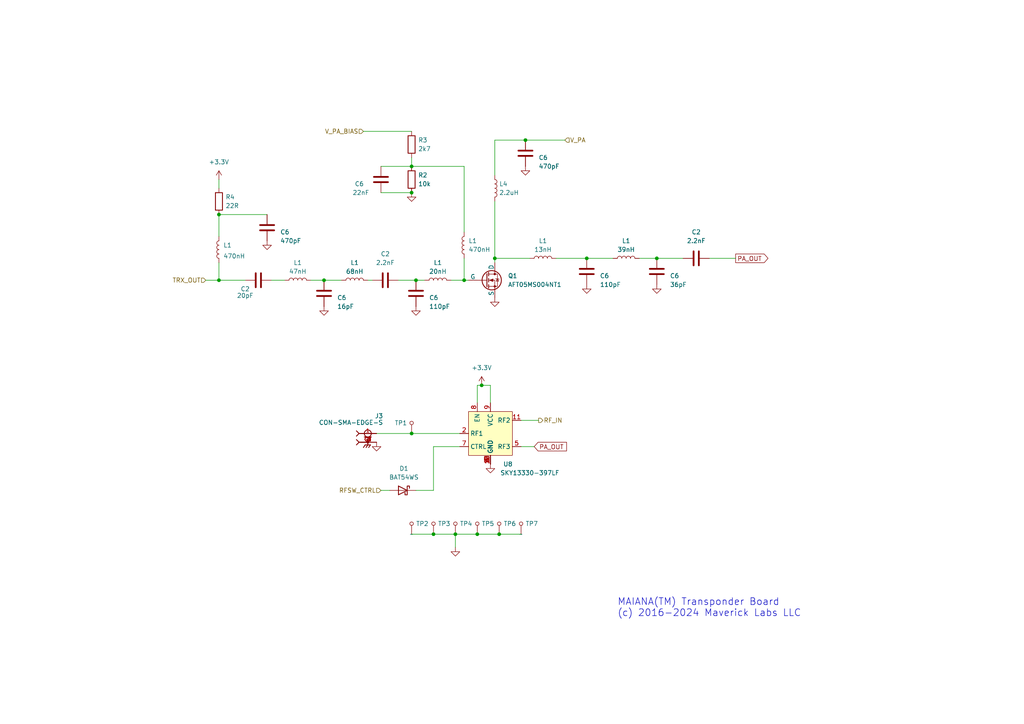
<source format=kicad_sch>
(kicad_sch (version 20230121) (generator eeschema)
  (paper "A4")
  (title_block (title "Transmitter Amplifier and Antenna Switch") (date "2024-01-25") (rev "11.9.0"))
  (lib_symbols
    (symbol "CON-SMA-EDGE-S:CON-SMA-EDGE-S" (pin_names (offset 1.016))
      (property "Reference" "J" (at -3.81 4.064 0))
      (property "Value" "CON-SMA-EDGE-S" (at -4.064 -4.318 0))
      (symbol "CON-SMA-EDGE-S_0_0"
        (polyline (pts (xy -3.302 -0.762) (xy -2.54 0)) (stroke (width 0.254)))
        (polyline (pts (xy -3.302 0.762) (xy -2.54 0)) (stroke (width 0.254)))
        (polyline (pts (xy -3.302 1.778) (xy -2.54 2.54)) (stroke (width 0.254)))
        (polyline (pts (xy -3.302 3.302) (xy -2.54 2.54)) (stroke (width 0.254)))
        (polyline (pts (xy -2.54 0) (xy 0 0)) (stroke (width 0.254)))
        (polyline (pts (xy -2.54 2.54) (xy 2.54 2.54)) (stroke (width 0.254)))
        (polyline (pts (xy -1.016 1.524) (xy 0 1.524)) (stroke (width 0.254)))
        (polyline (pts (xy -0.762 -0.762) (xy -1.27 -1.524)) (stroke (width 0.254)))
        (polyline (pts (xy 0 -0.762) (xy -0.762 -0.762)) (stroke (width 0.254)))
        (polyline (pts (xy 0 -0.762) (xy -0.508 -1.524)) (stroke (width 0.254)))
        (polyline (pts (xy 0 -0.762) (xy 0.762 -0.762)) (stroke (width 0.254)))
        (polyline (pts (xy 0 0) (xy -2.286 0)) (stroke (width 0.254)))
        (polyline (pts (xy 0 0) (xy 0 -0.762)) (stroke (width 0.254)))
        (polyline (pts (xy 0 1.524) (xy 0 0)) (stroke (width 0.254)))
        (polyline (pts (xy 0 1.524) (xy 1.016 1.524)) (stroke (width 0.254)))
        (polyline (pts (xy 0.762 -0.762) (xy 0.254 -1.524)) (stroke (width 0.254)))
        (polyline (pts (xy 2.54 0) (xy 0 0)) (stroke (width 0.254)))
        (circle (center 0 0) (radius 0.254) (stroke (width 0.254)))
        (circle (center 0 2.54) (radius 1.016) (stroke (width 0.254)))
        (pin passive line (at 2.54 2.54 180) (length 5.08) (name "~") (number "1"))
        (pin passive line (at 2.54 0 180) (length 5.08) (name "~") (number "G1"))
        (pin passive line (at 2.54 0 180) (length 5.08) (name "~") (number "G2"))
        (pin passive line (at 2.54 0 180) (length 5.08) (name "~") (number "G3"))
        (pin passive line (at 2.54 0 180) (length 5.08) (name "~") (number "G4"))
      )
    )
    (symbol "Device:C" (pin_numbers hide) (pin_names (offset 0.254))
      (property "Reference" "C" (at 0.635 2.54 0))
      (property "Value" "C" (at 0.635 -2.54 0))
      (symbol "C_0_1"
        (polyline (pts (xy -2.032 -0.762) (xy 2.032 -0.762)) (stroke (width 0.508)))
        (polyline (pts (xy -2.032 0.762) (xy 2.032 0.762)) (stroke (width 0.508)))
      )
      (symbol "C_1_1"
        (pin passive line (at 0 3.81 270) (length 2.794) (name "~") (number "1"))
        (pin passive line (at 0 -3.81 90) (length 2.794) (name "~") (number "2"))
      )
    )
    (symbol "Device:D_Schottky" (pin_numbers hide) (pin_names (offset 1.016) hide)
      (property "Reference" "D" (at 0 2.54 0))
      (property "Value" "D_Schottky" (at 0 -2.54 0))
      (symbol "D_Schottky_0_1"
        (polyline (pts (xy 1.27 0) (xy -1.27 0)))
        (polyline (pts (xy 1.27 1.27) (xy 1.27 -1.27) (xy -1.27 0) (xy 1.27 1.27)) (stroke (width 0.254)))
        (polyline (pts (xy -1.905 0.635) (xy -1.905 1.27) (xy -1.27 1.27) (xy -1.27 -1.27) (xy -0.635 -1.27) (xy -0.635 -0.635)) (stroke (width 0.254)))
      )
      (symbol "D_Schottky_1_1"
        (pin passive line (at -3.81 0 0) (length 2.54) (name "K") (number "1"))
        (pin passive line (at 3.81 0 180) (length 2.54) (name "A") (number "2"))
      )
    )
    (symbol "Device:L" (pin_numbers hide) (pin_names (offset 1.016) hide)
      (property "Reference" "L" (at -1.27 0 90))
      (property "Value" "L" (at 1.905 0 90))
      (symbol "L_0_1"
        (arc (start 0 -2.54) (mid 0.6323 -1.905) (end 0 -1.27))
        (arc (start 0 -1.27) (mid 0.6323 -0.635) (end 0 0))
        (arc (start 0 0) (mid 0.6323 0.635) (end 0 1.27))
        (arc (start 0 1.27) (mid 0.6323 1.905) (end 0 2.54))
      )
      (symbol "L_1_1"
        (pin passive line (at 0 3.81 270) (length 1.27) (name "1") (number "1"))
        (pin passive line (at 0 -3.81 90) (length 1.27) (name "2") (number "2"))
      )
    )
    (symbol "Device:R" (pin_numbers hide) (pin_names (offset 0))
      (property "Reference" "R" (at 2.032 0 90))
      (property "Value" "R" (at 0 0 90))
      (symbol "R_0_1"
        (rectangle (start -1.016 -2.54) (end 1.016 2.54) (stroke (width 0.254)))
      )
      (symbol "R_1_1"
        (pin passive line (at 0 3.81 270) (length 1.27) (name "~") (number "1"))
        (pin passive line (at 0 -3.81 90) (length 1.27) (name "~") (number "2"))
      )
    )
    (symbol "RF_Switch:SKY13330-397LF"
      (property "Reference" "U" (at 0 0 0))
      (symbol "SKY13330-397LF_1_1"
        (rectangle (start -6.35 6.35) (end 6.35 -6.35) (fill (type background)))
        (pin power_in line (at 0 -8.89 90) (length 2.54) (name "GND") (number "1"))
        (pin power_in line (at 0 -8.89 90) (length 2.54) (name "GND") (number "10"))
        (pin bidirectional line (at 8.89 3.81 180) (length 2.54) (name "RF2") (number "11"))
        (pin power_in line (at 0 -8.89 90) (length 2.54) (name "GND") (number "12"))
        (pin power_in line (at 0 -8.89 90) (length 2.54) (name "GND") (number "13"))
        (pin bidirectional line (at -8.89 0 0) (length 2.54) (name "RF1") (number "2"))
        (pin power_in line (at 0 -8.89 90) (length 2.54) (name "GND") (number "3"))
        (pin power_in line (at 0 -8.89 90) (length 2.54) (name "GND") (number "4"))
        (pin bidirectional line (at 8.89 -3.81 180) (length 2.54) (name "RF3") (number "5"))
        (pin power_in line (at 0 -8.89 90) (length 2.54) (name "GND") (number "6"))
        (pin input line (at -8.89 -3.81 0) (length 2.54) (name "CTRL") (number "7"))
        (pin input line (at -3.81 8.89 270) (length 2.54) (name "EN") (number "8"))
        (pin power_in line (at 0 8.89 270) (length 2.54) (name "VCC") (number "9"))
      )
    )
    (symbol "Simulation_SPICE:NMOS" (pin_numbers hide) (pin_names (offset 0))
      (property "Reference" "Q1" (at 6.35 1.27 0))
      (property "Value" "AFT05MS004NT1" (at 6.35 -1.27 0))
      (symbol "NMOS_0_1"
        (polyline (pts (xy 0.254 0) (xy -2.54 0)))
        (polyline (pts (xy 0.254 1.905) (xy 0.254 -1.905)) (stroke (width 0.254)))
        (polyline (pts (xy 0.762 -1.27) (xy 0.762 -2.286)) (stroke (width 0.254)))
        (polyline (pts (xy 0.762 0.508) (xy 0.762 -0.508)) (stroke (width 0.254)))
        (polyline (pts (xy 0.762 2.286) (xy 0.762 1.27)) (stroke (width 0.254)))
        (polyline (pts (xy 2.54 2.54) (xy 2.54 1.778)))
        (polyline (pts (xy 2.54 -2.54) (xy 2.54 0) (xy 0.762 0)))
        (polyline (pts (xy 0.762 -1.778) (xy 3.302 -1.778) (xy 3.302 1.778) (xy 0.762 1.778)))
        (polyline (pts (xy 1.016 0) (xy 2.032 0.381) (xy 2.032 -0.381) (xy 1.016 0)) (fill (type outline)))
        (polyline (pts (xy 2.794 0.508) (xy 2.921 0.381) (xy 3.683 0.381) (xy 3.81 0.254)))
        (polyline (pts (xy 3.302 0.381) (xy 2.921 -0.254) (xy 3.683 -0.254) (xy 3.302 0.381)))
        (circle (center 1.651 0) (radius 2.794) (stroke (width 0.254)))
        (circle (center 2.54 -1.778) (radius 0.254) (fill (type outline)))
        (circle (center 2.54 1.778) (radius 0.254) (fill (type outline)))
      )
      (symbol "NMOS_1_1"
        (pin input line (at -5.08 0 0) (length 2.54) (name "G") (number "1"))
        (pin passive line (at 2.54 -5.08 90) (length 2.54) (name "S") (number "2"))
        (pin passive line (at 2.54 5.08 270) (length 2.54) (name "D") (number "3"))
      )
    )
    (symbol "TestPads:TestPad-D1.0mm"
      (property "Reference" "TP" (at 1.27 4.826 0))
      (symbol "TestPad-D1.0mm_0_1"
        (circle (center 0 3.048) (radius 0.508))
      )
      (symbol "TestPad-D1.0mm_1_1"
        (pin passive line (at 0 0 90) (length 2.54) (name "P") (number "1"))
      )
    )
    (symbol "TestPads:TestPad-D1.2mm"
      (property "Reference" "TP" (at 1.27 4.826 0))
      (symbol "TestPad-D1.2mm_0_1"
        (circle (center 0 3.048) (radius 0.508))
      )
      (symbol "TestPad-D1.2mm_1_1"
        (pin passive line (at 0 0 90) (length 2.54) (name "P") (number "1"))
      )
    )
    (symbol "power:+3.3V" (power) (pin_names (offset 0))
      (property "Value" "+3.3V" (at 0 3.556 0))
      (symbol "+3.3V_0_1"
        (polyline (pts (xy -0.762 1.27) (xy 0 2.54)))
        (polyline (pts (xy 0 0) (xy 0 2.54)))
        (polyline (pts (xy 0 2.54) (xy 0.762 1.27)))
      )
      (symbol "+3.3V_1_1"
        (pin power_in line (at 0 0 90) (length 0) hide (name "+3.3V") (number "1"))
      )
    )
    (symbol "power:GND" (power) (pin_names (offset 0))
      (property "Value" "GND" (at 0 -3.81 0))
      (symbol "GND_0_1"
        (polyline (pts (xy 0 0) (xy 0 -1.27) (xy 1.27 -1.27) (xy 0 -2.54) (xy -1.27 -1.27) (xy 0 -1.27)))
      )
      (symbol "GND_1_1"
        (pin power_in line (at 0 0 270) (length 0) hide (name "GND") (number "1"))
      )
    )
  )
  (junction (at 143.51 74.93))
  (junction (at 93.98 81.28))
  (junction (at 119.38 55.88))
  (junction (at 134.62 81.28))
  (junction (at 132.08 154.94))
  (junction (at 119.38 125.73))
  (junction (at 63.5 62.23))
  (junction (at 190.5 74.93))
  (junction (at 170.18 74.93))
  (junction (at 139.7 111.76))
  (junction (at 120.65 81.28))
  (junction (at 152.4 40.64))
  (junction (at 144.78 154.94))
  (junction (at 63.5 81.28))
  (junction (at 119.38 48.26))
  (junction (at 125.73 154.94))
  (junction (at 138.43 154.94))
  (wire (pts (xy 138.43 111.76) (xy 139.7 111.76)))
  (wire (pts (xy 143.51 74.93) (xy 143.51 76.2)))
  (wire (pts (xy 139.7 111.76) (xy 142.24 111.76)))
  (wire (pts (xy 143.51 74.93) (xy 153.67 74.93)))
  (wire (pts (xy 134.62 67.31) (xy 134.62 48.26)))
  (wire (pts (xy 142.24 116.84) (xy 142.24 111.76)))
  (wire (pts (xy 133.35 125.73) (xy 119.38 125.73)))
  (wire (pts (xy 170.18 74.93) (xy 177.8 74.93)))
  (wire (pts (xy 132.08 154.94) (xy 138.43 154.94)))
  (wire (pts (xy 93.98 81.28) (xy 99.06 81.28)))
  (wire (pts (xy 78.74 81.28) (xy 82.55 81.28)))
  (wire (pts (xy 156.21 121.92) (xy 151.13 121.92)))
  (wire (pts (xy 125.73 129.54) (xy 133.35 129.54)))
  (wire (pts (xy 138.43 154.94) (xy 144.78 154.94)))
  (wire (pts (xy 205.74 74.93) (xy 213.36 74.93)))
  (wire (pts (xy 63.5 81.28) (xy 63.5 76.2)))
  (wire (pts (xy 59.69 81.28) (xy 63.5 81.28)))
  (wire (pts (xy 190.5 74.93) (xy 198.12 74.93)))
  (wire (pts (xy 151.13 129.54) (xy 154.94 129.54)))
  (wire (pts (xy 106.68 81.28) (xy 107.95 81.28)))
  (wire (pts (xy 138.43 116.84) (xy 138.43 111.76)))
  (wire (pts (xy 120.65 81.28) (xy 123.19 81.28)))
  (wire (pts (xy 185.42 74.93) (xy 190.5 74.93)))
  (wire (pts (xy 63.5 81.28) (xy 71.12 81.28)))
  (wire (pts (xy 143.51 58.42) (xy 143.51 74.93)))
  (wire (pts (xy 163.83 40.64) (xy 152.4 40.64)))
  (wire (pts (xy 143.51 40.64) (xy 143.51 50.8)))
  (wire (pts (xy 105.41 38.1) (xy 119.38 38.1)))
  (wire (pts (xy 110.49 48.26) (xy 119.38 48.26)))
  (wire (pts (xy 125.73 154.94) (xy 132.08 154.94)))
  (wire (pts (xy 130.81 81.28) (xy 134.62 81.28)))
  (wire (pts (xy 161.29 74.93) (xy 170.18 74.93)))
  (wire (pts (xy 110.49 142.24) (xy 113.03 142.24)))
  (wire (pts (xy 134.62 48.26) (xy 119.38 48.26)))
  (wire (pts (xy 63.5 52.07) (xy 63.5 54.61)))
  (wire (pts (xy 119.38 154.94) (xy 125.73 154.94)))
  (wire (pts (xy 110.49 55.88) (xy 119.38 55.88)))
  (wire (pts (xy 63.5 62.23) (xy 63.5 68.58)))
  (wire (pts (xy 119.38 125.73) (xy 109.22 125.73)))
  (wire (pts (xy 63.5 62.23) (xy 77.47 62.23)))
  (wire (pts (xy 134.62 74.93) (xy 134.62 81.28)))
  (wire (pts (xy 120.65 142.24) (xy 125.73 142.24)))
  (wire (pts (xy 125.73 142.24) (xy 125.73 129.54)))
  (wire (pts (xy 144.78 154.94) (xy 151.13 154.94)))
  (wire (pts (xy 90.17 81.28) (xy 93.98 81.28)))
  (wire (pts (xy 119.38 45.72) (xy 119.38 48.26)))
  (wire (pts (xy 115.57 81.28) (xy 120.65 81.28)))
  (wire (pts (xy 132.08 154.94) (xy 132.08 158.75)))
  (wire (pts (xy 152.4 40.64) (xy 143.51 40.64)))
  (wire (pts (xy 134.62 81.28) (xy 135.89 81.28)))
  (text "MAIANA(TM) Transponder Board\n(c) 2016-2024 Maverick Labs LLC" (at 179.07 179.07 0) (effects (font (size 2 2)) (justify left bottom)))
  (global_label "PA_OUT" (shape output) (at 213.36 74.93 0) (property "Intersheetrefs" "${INTERSHEET_REFS}" (effects hide)))
  (global_label "PA_OUT" (shape input) (at 154.94 129.54 0) (property "Intersheetrefs" "${INTERSHEET_REFS}" (effects hide)))
  (hierarchical_label "RF_IN" (shape output) (at 156.21 121.92 0))
  (hierarchical_label "RFSW_CTRL" (shape input) (at 110.49 142.24 180))
  (hierarchical_label "V_PA_BIAS" (shape input) (at 105.41 38.1 180))
  (hierarchical_label "V_PA" (shape input) (at 163.83 40.64 0))
  (hierarchical_label "TRX_OUT" (shape input) (at 59.69 81.28 180))
  (symbol (lib_id "Device:R") (at 63.5 58.42 0) (unit 1)
    (property "Reference" "R4" (at 65.405 57.15 0) (effects (justify left)))
    (property "Value" "22R" (at 65.405 59.69 0) (effects (justify left)))
    (property "Footprint" "Resistor_SMD:R_0603_1608Metric" (effects hide))
  )
  (symbol (lib_id "Device:L") (at 157.48 74.93 90) (unit 1)
    (property "Reference" "L1" (at 157.48 69.85 90))
    (property "Value" "13nH" (at 157.48 72.39 90))
    (property "Footprint" "Inductor_SMD:L_0603_1608Metric" (effects hide))
    (instances (project "transponder-11.9.0" (path "" (reference "L1") (unit 1)) (path "" (reference "L5") (unit 1))))
  )
  (symbol (lib_id "Device:L") (at 143.51 54.61 0) (unit 1)
    (property "Reference" "L4" (at 144.78 53.34 0) (effects (justify left)))
    (property "Value" "2.2uH" (at 144.78 55.88 0) (effects (justify left)))
    (property "Footprint" "Inductor_SMD:L_0805_2012Metric" (effects hide))
  )
  (symbol (lib_id "TestPads:TestPad-D1.2mm") (at 144.78 154.94 0) (unit 1)
    (property "Reference" "TP6" (at 146.05 151.892 0) (effects (justify left)))
    (property "Value" "~" (at 144.78 154.94 0))
    (property "Footprint" "TestPads:TP_1.2MM" (effects hide))
  )
  (symbol (lib_id "Device:C") (at 152.4 44.45 180) (unit 1)
    (property "Reference" "C6" (at 156.21 45.72 0) (effects (justify right)))
    (property "Value" "470pF" (at 156.21 48.26 0) (effects (justify right)))
    (property "Footprint" "Capacitor_SMD:C_0603_1608Metric" (effects hide))
    (instances (project "transponder-11.9.0" (path "" (reference "C6") (unit 1)) (path "" (reference "C13") (unit 1))))
  )
  (symbol (lib_id "power:GND") (at 170.18 82.55 0) (unit 1)
    (property "Reference" "#PWR025" (effects hide))
    (property "Value" "GND" (effects hide))
  )
  (symbol (lib_id "power:GND") (at 143.51 86.36 0) (unit 1)
    (property "Reference" "#PWR023" (effects hide))
    (property "Value" "GND" (effects hide))
  )
  (symbol (lib_id "Device:C") (at 120.65 85.09 180) (unit 1)
    (property "Reference" "C6" (at 124.46 86.36 0) (effects (justify right)))
    (property "Value" "110pF" (at 124.46 88.9 0) (effects (justify right)))
    (property "Footprint" "Capacitor_SMD:C_0603_1608Metric" (effects hide))
    (instances (project "transponder-11.9.0" (path "" (reference "C6") (unit 1)) (path "" (reference "C17") (unit 1))))
  )
  (symbol (lib_id "power:GND") (at 77.47 69.85 0) (unit 1)
    (property "Reference" "#PWR030" (effects hide))
    (property "Value" "GND" (effects hide))
  )
  (symbol (lib_id "power:GND") (at 120.65 88.9 0) (unit 1)
    (property "Reference" "#PWR027" (effects hide))
    (property "Value" "GND" (effects hide))
  )
  (symbol (lib_id "power:GND") (at 142.24 134.62 0) (mirror y) (unit 1)
    (property "Reference" "#PWR062" (effects hide))
    (property "Value" "GND" (effects hide))
  )
  (symbol (lib_id "Simulation_SPICE:NMOS") (at 140.97 81.28 0) (unit 1)
    (property "Reference" "Q1" (at 147.32 80.01 0) (effects (justify left)))
    (property "Value" "AFT05MS004NT1" (at 147.32 82.55 0) (effects (justify left)))
    (property "Footprint" "Package_TO_SOT_SMD:SOT-89-3" (effects hide))
    (property "Datasheet" "https://ngspice.sourceforge.io/docs/ngspice-manual.pdf" (effects hide))
    (property "Sim.Device" "NMOS" (effects hide))
    (property "Sim.Type" "VDMOS" (effects hide))
    (property "Sim.Pins" "1=D 2=G 3=S" (effects hide))
  )
  (symbol (lib_id "Device:L") (at 127 81.28 90) (unit 1)
    (property "Reference" "L1" (at 127 76.2 90))
    (property "Value" "20nH" (at 127 78.74 90))
    (property "Footprint" "Inductor_SMD:L_0603_1608Metric" (effects hide))
    (instances (project "transponder-11.9.0" (path "" (reference "L1") (unit 1)) (path "" (reference "L7") (unit 1))))
  )
  (symbol (lib_id "Device:C") (at 170.18 78.74 180) (unit 1)
    (property "Reference" "C6" (at 173.99 80.01 0) (effects (justify right)))
    (property "Value" "110pF" (at 173.99 82.55 0) (effects (justify right)))
    (property "Footprint" "Capacitor_SMD:C_0603_1608Metric" (effects hide))
    (instances (project "transponder-11.9.0" (path "" (reference "C6") (unit 1)) (path "" (reference "C14") (unit 1))))
  )
  (symbol (lib_id "Device:C") (at 201.93 74.93 90) (unit 1)
    (property "Reference" "C2" (at 201.93 67.31 90))
    (property "Value" "2.2nF" (at 201.93 69.85 90))
    (property "Footprint" "Capacitor_SMD:C_0603_1608Metric" (effects hide))
    (instances (project "transponder-11.9.0" (path "" (reference "C2") (unit 1)) (path "" (reference "C16") (unit 1))))
  )
  (symbol (lib_id "power:+3.3V") (at 63.5 52.07 0) (unit 1)
    (property "Reference" "#PWR031" (effects hide))
    (property "Value" "+3.3V" (at 63.5 46.99 0))
  )
  (symbol (lib_id "power:GND") (at 152.4 48.26 0) (unit 1)
    (property "Reference" "#PWR024" (effects hide))
    (property "Value" "GND" (effects hide))
  )
  (symbol (lib_id "TestPads:TestPad-D1.2mm") (at 132.08 154.94 0) (unit 1)
    (property "Reference" "TP4" (at 133.35 151.892 0) (effects (justify left)))
    (property "Value" "~" (at 132.08 154.94 0))
    (property "Footprint" "TestPads:TP_1.2MM" (effects hide))
  )
  (symbol (lib_id "Device:L") (at 102.87 81.28 90) (unit 1)
    (property "Reference" "L1" (at 102.87 76.2 90))
    (property "Value" "68nH" (at 102.87 78.74 90))
    (property "Footprint" "Inductor_SMD:L_0603_1608Metric" (effects hide))
    (instances (project "transponder-11.9.0" (path "" (reference "L1") (unit 1)) (path "" (reference "L11") (unit 1))))
  )
  (symbol (lib_id "power:GND") (at 132.08 158.75 0) (unit 1)
    (property "Reference" "#PWR073" (effects hide))
    (property "Value" "GND" (effects hide))
  )
  (symbol (lib_id "power:GND") (at 93.98 88.9 0) (unit 1)
    (property "Reference" "#PWR029" (effects hide))
    (property "Value" "GND" (effects hide))
  )
  (symbol (lib_id "TestPads:TestPad-D1.0mm") (at 119.38 125.73 0) (mirror y) (unit 1)
    (property "Reference" "TP1" (at 118.11 122.682 0) (effects (justify left)))
    (property "Value" "~" (at 119.38 125.73 0))
    (property "Footprint" "TestPads:TP_1.0MM" (effects hide))
  )
  (symbol (lib_id "TestPads:TestPad-D1.2mm") (at 151.13 154.94 0) (unit 1)
    (property "Reference" "TP7" (at 152.4 151.892 0) (effects (justify left)))
    (property "Value" "~" (at 151.13 154.94 0))
    (property "Footprint" "TestPads:TP_1.2MM" (effects hide))
  )
  (symbol (lib_id "Device:C") (at 190.5 78.74 180) (unit 1)
    (property "Reference" "C6" (at 194.31 80.01 0) (effects (justify right)))
    (property "Value" "36pF" (at 194.31 82.55 0) (effects (justify right)))
    (property "Footprint" "Capacitor_SMD:C_0603_1608Metric" (effects hide))
    (instances (project "transponder-11.9.0" (path "" (reference "C6") (unit 1)) (path "" (reference "C15") (unit 1))))
  )
  (symbol (lib_id "Device:C") (at 110.49 52.07 180) (unit 1)
    (property "Reference" "C6" (at 102.87 53.34 0) (effects (justify right)))
    (property "Value" "22nF" (at 102.235 55.88 0) (effects (justify right)))
    (property "Footprint" "Capacitor_SMD:C_0603_1608Metric" (effects hide))
    (instances (project "transponder-11.9.0" (path "" (reference "C6") (unit 1)) (path "" (reference "C19") (unit 1))))
  )
  (symbol (lib_id "TestPads:TestPad-D1.2mm") (at 125.73 154.94 0) (unit 1)
    (property "Reference" "TP3" (at 127 151.892 0) (effects (justify left)))
    (property "Value" "~" (at 125.73 154.94 0))
    (property "Footprint" "TestPads:TP_1.2MM" (effects hide))
  )
  (symbol (lib_id "Device:D_Schottky") (at 116.84 142.24 0) (mirror y) (unit 1)
    (property "Reference" "D1" (at 117.1575 135.89 0))
    (property "Value" "BAT54WS" (at 117.1575 138.43 0))
    (property "Footprint" "Diode_SMD:D_SOD-323" (effects hide))
    (instances (project "transponder-11.9.0" (path "" (reference "D1") (unit 1)) (path "" (reference "D3") (unit 1)) (path "" (reference "D4") (unit 1))))
  )
  (symbol (lib_id "Device:L") (at 63.5 72.39 180) (unit 1)
    (property "Reference" "L1" (at 64.77 71.12 0) (effects (justify right)))
    (property "Value" "470nH" (at 64.77 74.295 0) (effects (justify right)))
    (property "Footprint" "Inductor_SMD:L_0603_1608Metric" (effects hide))
    (instances (project "transponder-11.9.0" (path "" (reference "L1") (unit 1)) (path "" (reference "L9") (unit 1))))
  )
  (symbol (lib_id "Device:L") (at 181.61 74.93 90) (unit 1)
    (property "Reference" "L1" (at 181.61 69.85 90))
    (property "Value" "39nH" (at 181.61 72.39 90))
    (property "Footprint" "Inductor_SMD:L_0603_1608Metric" (effects hide))
    (instances (project "transponder-11.9.0" (path "" (reference "L1") (unit 1)) (path "" (reference "L6") (unit 1))))
  )
  (symbol (lib_id "Device:C") (at 74.93 81.28 90) (unit 1)
    (property "Reference" "C2" (at 71.12 83.82 90))
    (property "Value" "20pF" (at 71.12 85.725 90))
    (property "Footprint" "Capacitor_SMD:C_0603_1608Metric" (effects hide))
    (instances (project "transponder-11.9.0" (path "" (reference "C2") (unit 1)) (path "" (reference "C21") (unit 1))))
  )
  (symbol (lib_id "Device:L") (at 134.62 71.12 180) (unit 1)
    (property "Reference" "L1" (at 135.89 69.85 0) (effects (justify right)))
    (property "Value" "470nH" (at 135.89 72.39 0) (effects (justify right)))
    (property "Footprint" "Inductor_SMD:L_0603_1608Metric" (effects hide))
    (instances (project "transponder-11.9.0" (path "" (reference "L1") (unit 1)) (path "" (reference "L8") (unit 1))))
  )
  (symbol (lib_id "Device:R") (at 119.38 52.07 0) (unit 1)
    (property "Reference" "R2" (at 121.285 50.8 0) (effects (justify left)))
    (property "Value" "10k" (at 121.285 53.34 0) (effects (justify left)))
    (property "Footprint" "Resistor_SMD:R_0603_1608Metric" (effects hide))
  )
  (symbol (lib_id "Device:C") (at 111.76 81.28 90) (unit 1)
    (property "Reference" "C2" (at 111.76 73.66 90))
    (property "Value" "2.2nF" (at 111.76 76.2 90))
    (property "Footprint" "Capacitor_SMD:C_0603_1608Metric" (effects hide))
    (instances (project "transponder-11.9.0" (path "" (reference "C2") (unit 1)) (path "" (reference "C18") (unit 1))))
  )
  (symbol (lib_id "Device:C") (at 93.98 85.09 180) (unit 1)
    (property "Reference" "C6" (at 97.79 86.36 0) (effects (justify right)))
    (property "Value" "16pF" (at 97.79 88.9 0) (effects (justify right)))
    (property "Footprint" "Capacitor_SMD:C_0603_1608Metric" (effects hide))
    (instances (project "transponder-11.9.0" (path "" (reference "C6") (unit 1)) (path "" (reference "C22") (unit 1))))
  )
  (symbol (lib_id "power:GND") (at 190.5 82.55 0) (unit 1)
    (property "Reference" "#PWR026" (effects hide))
    (property "Value" "GND" (effects hide))
  )
  (symbol (lib_id "Device:R") (at 119.38 41.91 0) (unit 1)
    (property "Reference" "R3" (at 121.285 40.64 0) (effects (justify left)))
    (property "Value" "2k7" (at 121.285 43.18 0) (effects (justify left)))
    (property "Footprint" "Resistor_SMD:R_0603_1608Metric" (effects hide))
  )
  (symbol (lib_id "power:+3.3V") (at 139.7 111.76 0) (mirror y) (unit 1)
    (property "Reference" "#PWR063" (effects hide))
    (property "Value" "+3.3V" (at 139.7 106.68 0))
  )
  (symbol (lib_id "power:GND") (at 119.38 55.88 0) (unit 1)
    (property "Reference" "#PWR028" (effects hide))
    (property "Value" "GND" (effects hide))
  )
  (symbol (lib_id "Device:L") (at 86.36 81.28 90) (unit 1)
    (property "Reference" "L1" (at 86.36 76.2 90))
    (property "Value" "47nH" (at 86.36 78.74 90))
    (property "Footprint" "Inductor_SMD:L_0603_1608Metric" (effects hide))
    (instances (project "transponder-11.9.0" (path "" (reference "L1") (unit 1)) (path "" (reference "L10") (unit 1))))
  )
  (symbol (lib_id "CON-SMA-EDGE-S:CON-SMA-EDGE-S") (at 106.68 128.27 0) (unit 1)
    (property "Reference" "J3" (at 111.125 120.65 0) (effects (justify right)))
    (property "Value" "CON-SMA-EDGE-S" (at 111.125 122.555 0) (effects (justify right)))
    (property "Footprint" "KiCadFootprints:RFSOLUTIONS_CON-SMA-EDGE-S" (effects hide))
    (property "DigiKey_Part_Number" "CON-SMA-EDGE-S-ND" (effects hide))
    (property "MF" "RF Solutions" (effects hide))
    (property "MAXIMUM_PACKAGE_HEIGHT" "6.35mm" (effects hide))
    (property "Package" "None" (effects hide))
    (property "Check_prices" "https://www.snapeda.com/parts/CON-SMA-EDGE-S/RF+Solutions/view-part/?ref=eda" (effects hide))
    (property "STANDARD" "Manufacturer Recommendations" (effects hide))
    (property "PARTREV" "1" (effects hide))
    (property "SnapEDA_Link" "https://www.snapeda.com/parts/CON-SMA-EDGE-S/RF+Solutions/view-part/?ref=snap" (effects hide))
    (property "MP" "CON-SMA-EDGE-S" (effects hide))
    (property "Purchase-URL" "https://pricing.snapeda.com/search?q=CON-SMA-EDGE-S&ref=eda" (effects hide))
    (property "Description" "\nSMA Connector Jack, Female Socket - Board Edge, End Launch Solder\n" (effects hide))
    (property "MANUFACTURER" "RF Solutions" (effects hide))
  )
  (symbol (lib_id "TestPads:TestPad-D1.2mm") (at 119.38 154.94 0) (unit 1)
    (property "Reference" "TP2" (at 120.65 151.892 0) (effects (justify left)))
    (property "Value" "~" (at 119.38 154.94 0))
    (property "Footprint" "TestPads:TP_1.2MM" (effects hide))
  )
  (symbol (lib_id "TestPads:TestPad-D1.2mm") (at 138.43 154.94 0) (unit 1)
    (property "Reference" "TP5" (at 139.7 151.892 0) (effects (justify left)))
    (property "Value" "~" (at 138.43 154.94 0))
    (property "Footprint" "TestPads:TP_1.2MM" (effects hide))
  )
  (symbol (lib_id "power:GND") (at 109.22 128.27 0) (mirror y) (unit 1)
    (property "Reference" "#PWR064" (effects hide))
    (property "Value" "GND" (effects hide))
  )
  (symbol (lib_id "RF_Switch:SKY13330-397LF") (at 142.24 125.73 0) (unit 1)
    (property "Reference" "U8" (at 147.32 134.62 0))
    (property "Value" "SKY13330-397LF" (at 153.67 137.16 0))
    (property "Footprint" "KiCadFootprints:QFN50P200X200X65-13N" (effects hide))
    (property "Datasheet" "https://www.skyworksinc.com/-/media/SkyWorks/Documents/Products/601-700/SKY13330_397LF_201407E.pdf" (effects hide))
  )
  (symbol (lib_id "Device:C") (at 77.47 66.04 180) (unit 1)
    (property "Reference" "C6" (at 81.28 67.31 0) (effects (justify right)))
    (property "Value" "470pF" (at 81.28 69.85 0) (effects (justify right)))
    (property "Footprint" "Capacitor_SMD:C_0603_1608Metric" (effects hide))
    (instances (project "transponder-11.9.0" (path "" (reference "C6") (unit 1)) (path "" (reference "C20") (unit 1))))
  )
)
</source>
